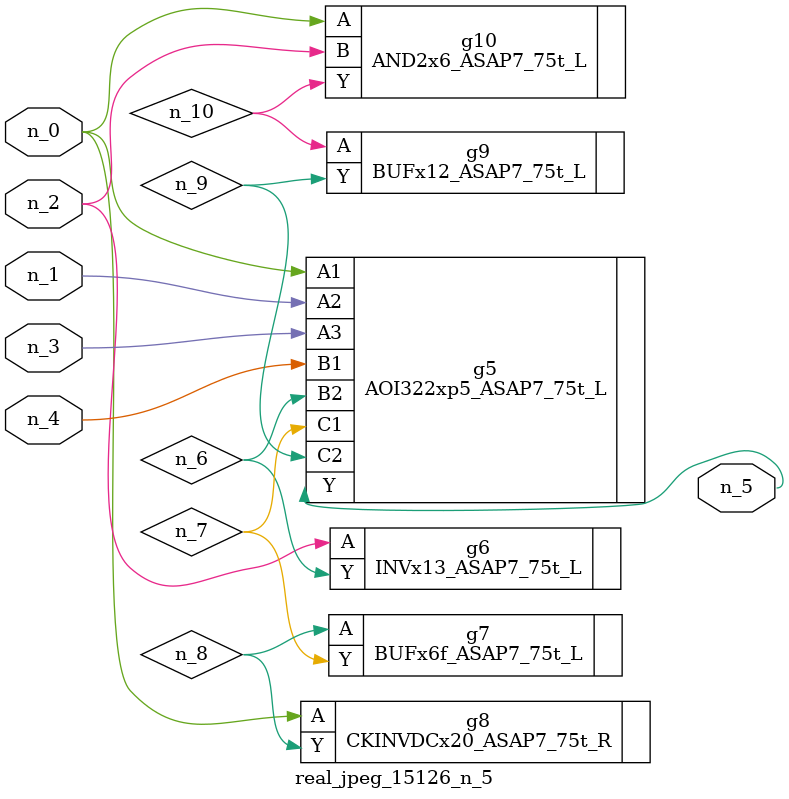
<source format=v>
module real_jpeg_15126_n_5 (n_4, n_0, n_1, n_2, n_3, n_5);

input n_4;
input n_0;
input n_1;
input n_2;
input n_3;

output n_5;

wire n_8;
wire n_6;
wire n_7;
wire n_10;
wire n_9;

AOI322xp5_ASAP7_75t_L g5 ( 
.A1(n_0),
.A2(n_1),
.A3(n_3),
.B1(n_4),
.B2(n_6),
.C1(n_7),
.C2(n_9),
.Y(n_5)
);

CKINVDCx20_ASAP7_75t_R g8 ( 
.A(n_0),
.Y(n_8)
);

AND2x6_ASAP7_75t_L g10 ( 
.A(n_0),
.B(n_2),
.Y(n_10)
);

INVx13_ASAP7_75t_L g6 ( 
.A(n_2),
.Y(n_6)
);

BUFx6f_ASAP7_75t_L g7 ( 
.A(n_8),
.Y(n_7)
);

BUFx12_ASAP7_75t_L g9 ( 
.A(n_10),
.Y(n_9)
);


endmodule
</source>
